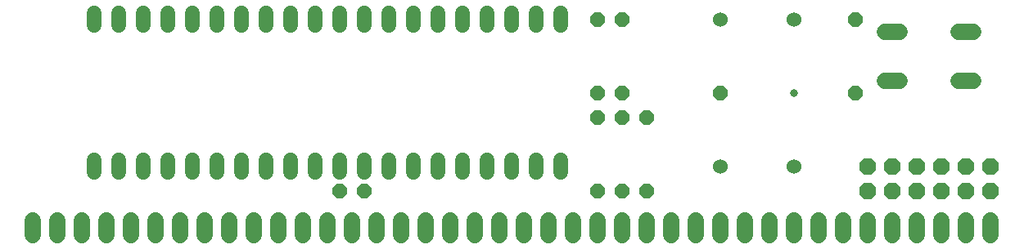
<source format=gbs>
G75*
%MOIN*%
%OFA0B0*%
%FSLAX24Y24*%
%IPPOS*%
%LPD*%
%AMOC8*
5,1,8,0,0,1.08239X$1,22.5*
%
%ADD10C,0.0316*%
%ADD11C,0.0600*%
%ADD12OC8,0.0680*%
%ADD13C,0.0680*%
%ADD14OC8,0.0600*%
%ADD15C,0.0600*%
%ADD16OC8,0.0595*%
D10*
X032180Y007680D03*
D11*
X022680Y004940D02*
X022680Y004420D01*
X021680Y004420D02*
X021680Y004940D01*
X020680Y004940D02*
X020680Y004420D01*
X019680Y004420D02*
X019680Y004940D01*
X018680Y004940D02*
X018680Y004420D01*
X017680Y004420D02*
X017680Y004940D01*
X016680Y004940D02*
X016680Y004420D01*
X015680Y004420D02*
X015680Y004940D01*
X014680Y004940D02*
X014680Y004420D01*
X013680Y004420D02*
X013680Y004940D01*
X012680Y004940D02*
X012680Y004420D01*
X011680Y004420D02*
X011680Y004940D01*
X010680Y004940D02*
X010680Y004420D01*
X009680Y004420D02*
X009680Y004940D01*
X008680Y004940D02*
X008680Y004420D01*
X007680Y004420D02*
X007680Y004940D01*
X006680Y004940D02*
X006680Y004420D01*
X005680Y004420D02*
X005680Y004940D01*
X004680Y004940D02*
X004680Y004420D01*
X003680Y004420D02*
X003680Y004940D01*
X003680Y010420D02*
X003680Y010940D01*
X004680Y010940D02*
X004680Y010420D01*
X005680Y010420D02*
X005680Y010940D01*
X006680Y010940D02*
X006680Y010420D01*
X007680Y010420D02*
X007680Y010940D01*
X008680Y010940D02*
X008680Y010420D01*
X009680Y010420D02*
X009680Y010940D01*
X010680Y010940D02*
X010680Y010420D01*
X011680Y010420D02*
X011680Y010940D01*
X012680Y010940D02*
X012680Y010420D01*
X013680Y010420D02*
X013680Y010940D01*
X014680Y010940D02*
X014680Y010420D01*
X015680Y010420D02*
X015680Y010940D01*
X016680Y010940D02*
X016680Y010420D01*
X017680Y010420D02*
X017680Y010940D01*
X018680Y010940D02*
X018680Y010420D01*
X019680Y010420D02*
X019680Y010940D01*
X020680Y010940D02*
X020680Y010420D01*
X021680Y010420D02*
X021680Y010940D01*
X022680Y010940D02*
X022680Y010420D01*
D12*
X035180Y004680D03*
X036180Y004680D03*
X037180Y004680D03*
X038180Y004680D03*
X039180Y004680D03*
X040180Y004680D03*
X040180Y003680D03*
X039180Y003680D03*
X038180Y003680D03*
X037180Y003680D03*
X036180Y003680D03*
X035180Y003680D03*
D13*
X001180Y002480D02*
X001180Y001880D01*
X002180Y001880D02*
X002180Y002480D01*
X003180Y002480D02*
X003180Y001880D01*
X004180Y001880D02*
X004180Y002480D01*
X005180Y002480D02*
X005180Y001880D01*
X006180Y001880D02*
X006180Y002480D01*
X007180Y002480D02*
X007180Y001880D01*
X008180Y001880D02*
X008180Y002480D01*
X009180Y002480D02*
X009180Y001880D01*
X010180Y001880D02*
X010180Y002480D01*
X011180Y002480D02*
X011180Y001880D01*
X012180Y001880D02*
X012180Y002480D01*
X013180Y002480D02*
X013180Y001880D01*
X014180Y001880D02*
X014180Y002480D01*
X015180Y002480D02*
X015180Y001880D01*
X016180Y001880D02*
X016180Y002480D01*
X017180Y002480D02*
X017180Y001880D01*
X018180Y001880D02*
X018180Y002480D01*
X019180Y002480D02*
X019180Y001880D01*
X020180Y001880D02*
X020180Y002480D01*
X021180Y002480D02*
X021180Y001880D01*
X022180Y001880D02*
X022180Y002480D01*
X023180Y002480D02*
X023180Y001880D01*
X024180Y001880D02*
X024180Y002480D01*
X025180Y002480D02*
X025180Y001880D01*
X026180Y001880D02*
X026180Y002480D01*
X027180Y002480D02*
X027180Y001880D01*
X028180Y001880D02*
X028180Y002480D01*
X029180Y002480D02*
X029180Y001880D01*
X030180Y001880D02*
X030180Y002480D01*
X031180Y002480D02*
X031180Y001880D01*
X032180Y001880D02*
X032180Y002480D01*
X033180Y002480D02*
X033180Y001880D01*
X034180Y001880D02*
X034180Y002480D01*
X035180Y002480D02*
X035180Y001880D01*
X036180Y001880D02*
X036180Y002480D01*
X037180Y002480D02*
X037180Y001880D01*
X038180Y001880D02*
X038180Y002480D01*
X039180Y002480D02*
X039180Y001880D01*
X040180Y001880D02*
X040180Y002480D01*
X039480Y008180D02*
X038880Y008180D01*
X036480Y008180D02*
X035880Y008180D01*
X035880Y010180D02*
X036480Y010180D01*
X038880Y010180D02*
X039480Y010180D01*
D14*
X034680Y010680D03*
X034680Y007680D03*
X026180Y006680D03*
X025180Y006680D03*
X024180Y006680D03*
X024180Y007680D03*
X025180Y007680D03*
X025180Y010680D03*
X024180Y010680D03*
X024180Y003680D03*
X025180Y003680D03*
X026180Y003680D03*
X014680Y003680D03*
X013680Y003680D03*
D15*
X029180Y004680D03*
X032180Y004680D03*
X032180Y010680D03*
X029180Y010680D03*
D16*
X029180Y007680D03*
M02*

</source>
